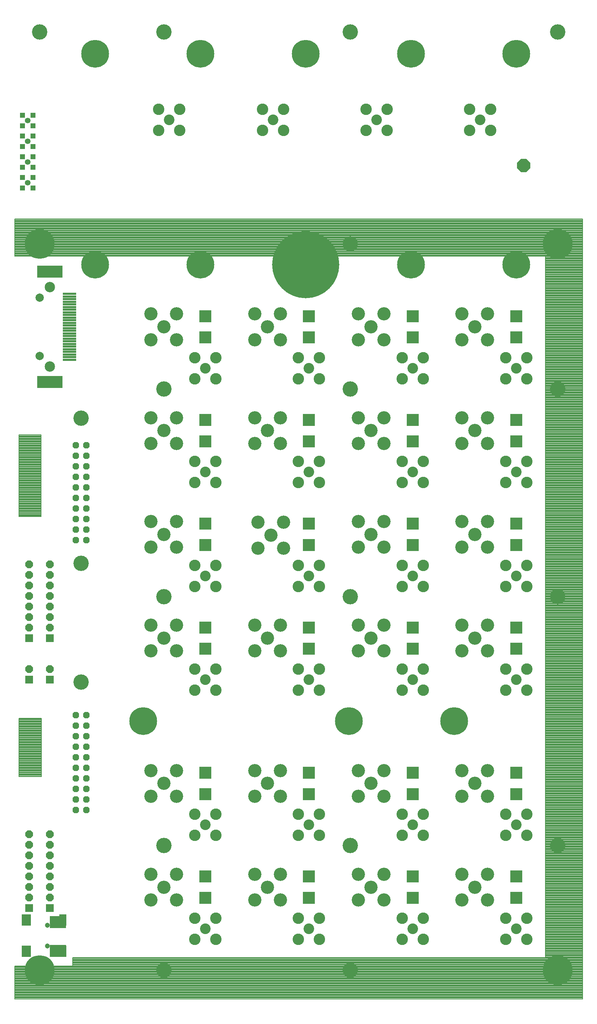
<source format=gbs>
G75*
%MOIN*%
%OFA0B0*%
%FSLAX25Y25*%
%IPPOS*%
%LPD*%
%AMOC8*
5,1,8,0,0,1.08239X$1,22.5*
%
%ADD10C,0.14580*%
%ADD11C,0.00787*%
%ADD12C,0.26391*%
%ADD13R,0.15748X0.11811*%
%ADD14C,0.07887*%
%ADD15C,0.09855*%
%ADD16R,0.24422X0.11824*%
%ADD17R,0.12611X0.02119*%
%ADD18C,0.12611*%
%ADD19C,0.10100*%
%ADD20C,0.10850*%
%ADD21OC8,0.07296*%
%ADD22R,0.07296X0.07296*%
%ADD23OC8,0.06200*%
%ADD24R,0.11627X0.11469*%
%ADD25R,0.08674X0.10643*%
%ADD26R,0.06706X0.10643*%
%ADD27C,0.04737*%
%ADD28C,0.05328*%
%ADD29R,0.04737X0.04737*%
%ADD30OC8,0.12611*%
%ADD31C,0.28359*%
%ADD32C,0.63792*%
D10*
X0166854Y0040870D03*
X0166854Y0158980D03*
X0088114Y0314197D03*
X0088114Y0426697D03*
X0166854Y0395201D03*
X0088114Y0564492D03*
X0166854Y0592051D03*
X0344020Y0592051D03*
X0344020Y0729846D03*
X0344020Y0930634D03*
X0166854Y0930634D03*
X0048744Y0930634D03*
X0344020Y0395201D03*
X0344020Y0158980D03*
X0344020Y0040870D03*
X0540870Y0158980D03*
X0540870Y0395201D03*
X0540870Y0592051D03*
X0540870Y0930634D03*
D11*
X0025122Y0044807D02*
X0025122Y0013311D01*
X0564492Y0013311D01*
X0564492Y0753469D01*
X0025122Y0753469D01*
X0025122Y0718035D01*
X0529059Y0718035D01*
X0529059Y0052681D01*
X0080240Y0052681D01*
X0080240Y0044807D01*
X0025122Y0044807D01*
X0025122Y0044161D02*
X0564492Y0044161D01*
X0564492Y0043375D02*
X0025122Y0043375D01*
X0025122Y0042590D02*
X0564492Y0042590D01*
X0564492Y0041804D02*
X0025122Y0041804D01*
X0025122Y0041018D02*
X0564492Y0041018D01*
X0564492Y0040232D02*
X0025122Y0040232D01*
X0025122Y0039446D02*
X0564492Y0039446D01*
X0564492Y0038660D02*
X0025122Y0038660D01*
X0025122Y0037874D02*
X0564492Y0037874D01*
X0564492Y0037088D02*
X0025122Y0037088D01*
X0025122Y0036302D02*
X0564492Y0036302D01*
X0564492Y0035516D02*
X0025122Y0035516D01*
X0025122Y0034730D02*
X0564492Y0034730D01*
X0564492Y0033944D02*
X0025122Y0033944D01*
X0025122Y0033159D02*
X0564492Y0033159D01*
X0564492Y0032373D02*
X0025122Y0032373D01*
X0025122Y0031587D02*
X0564492Y0031587D01*
X0564492Y0030801D02*
X0025122Y0030801D01*
X0025122Y0030015D02*
X0564492Y0030015D01*
X0564492Y0029229D02*
X0025122Y0029229D01*
X0025122Y0028443D02*
X0564492Y0028443D01*
X0564492Y0027657D02*
X0025122Y0027657D01*
X0025122Y0026871D02*
X0564492Y0026871D01*
X0564492Y0026085D02*
X0025122Y0026085D01*
X0025122Y0025299D02*
X0564492Y0025299D01*
X0564492Y0024514D02*
X0025122Y0024514D01*
X0025122Y0023728D02*
X0564492Y0023728D01*
X0564492Y0022942D02*
X0025122Y0022942D01*
X0025122Y0022156D02*
X0564492Y0022156D01*
X0564492Y0021370D02*
X0025122Y0021370D01*
X0025122Y0020584D02*
X0564492Y0020584D01*
X0564492Y0019798D02*
X0025122Y0019798D01*
X0025122Y0019012D02*
X0564492Y0019012D01*
X0564492Y0018226D02*
X0025122Y0018226D01*
X0025122Y0017440D02*
X0564492Y0017440D01*
X0564492Y0016654D02*
X0025122Y0016654D01*
X0025122Y0015868D02*
X0564492Y0015868D01*
X0564492Y0015083D02*
X0025122Y0015083D01*
X0025122Y0014297D02*
X0564492Y0014297D01*
X0564492Y0013511D02*
X0025122Y0013511D01*
X0080240Y0044947D02*
X0564492Y0044947D01*
X0564492Y0045733D02*
X0080240Y0045733D01*
X0080240Y0046519D02*
X0564492Y0046519D01*
X0564492Y0047305D02*
X0080240Y0047305D01*
X0080240Y0048091D02*
X0564492Y0048091D01*
X0564492Y0048877D02*
X0080240Y0048877D01*
X0080240Y0049663D02*
X0564492Y0049663D01*
X0564492Y0050449D02*
X0080240Y0050449D01*
X0080240Y0051235D02*
X0564492Y0051235D01*
X0564492Y0052020D02*
X0080240Y0052020D01*
X0050713Y0224335D02*
X0029059Y0224335D01*
X0029059Y0279846D01*
X0050713Y0279846D01*
X0050713Y0224335D01*
X0050713Y0224921D02*
X0029059Y0224921D01*
X0029059Y0225707D02*
X0050713Y0225707D01*
X0050713Y0226493D02*
X0029059Y0226493D01*
X0029059Y0227279D02*
X0050713Y0227279D01*
X0050713Y0228065D02*
X0029059Y0228065D01*
X0029059Y0228851D02*
X0050713Y0228851D01*
X0050713Y0229637D02*
X0029059Y0229637D01*
X0029059Y0230423D02*
X0050713Y0230423D01*
X0050713Y0231209D02*
X0029059Y0231209D01*
X0029059Y0231995D02*
X0050713Y0231995D01*
X0050713Y0232780D02*
X0029059Y0232780D01*
X0029059Y0233566D02*
X0050713Y0233566D01*
X0050713Y0234352D02*
X0029059Y0234352D01*
X0029059Y0235138D02*
X0050713Y0235138D01*
X0050713Y0235924D02*
X0029059Y0235924D01*
X0029059Y0236710D02*
X0050713Y0236710D01*
X0050713Y0237496D02*
X0029059Y0237496D01*
X0029059Y0238282D02*
X0050713Y0238282D01*
X0050713Y0239068D02*
X0029059Y0239068D01*
X0029059Y0239854D02*
X0050713Y0239854D01*
X0050713Y0240640D02*
X0029059Y0240640D01*
X0029059Y0241425D02*
X0050713Y0241425D01*
X0050713Y0242211D02*
X0029059Y0242211D01*
X0029059Y0242997D02*
X0050713Y0242997D01*
X0050713Y0243783D02*
X0029059Y0243783D01*
X0029059Y0244569D02*
X0050713Y0244569D01*
X0050713Y0245355D02*
X0029059Y0245355D01*
X0029059Y0246141D02*
X0050713Y0246141D01*
X0050713Y0246927D02*
X0029059Y0246927D01*
X0029059Y0247713D02*
X0050713Y0247713D01*
X0050713Y0248499D02*
X0029059Y0248499D01*
X0029059Y0249285D02*
X0050713Y0249285D01*
X0050713Y0250071D02*
X0029059Y0250071D01*
X0029059Y0250856D02*
X0050713Y0250856D01*
X0050713Y0251642D02*
X0029059Y0251642D01*
X0029059Y0252428D02*
X0050713Y0252428D01*
X0050713Y0253214D02*
X0029059Y0253214D01*
X0029059Y0254000D02*
X0050713Y0254000D01*
X0050713Y0254786D02*
X0029059Y0254786D01*
X0029059Y0255572D02*
X0050713Y0255572D01*
X0050713Y0256358D02*
X0029059Y0256358D01*
X0029059Y0257144D02*
X0050713Y0257144D01*
X0050713Y0257930D02*
X0029059Y0257930D01*
X0029059Y0258716D02*
X0050713Y0258716D01*
X0050713Y0259501D02*
X0029059Y0259501D01*
X0029059Y0260287D02*
X0050713Y0260287D01*
X0050713Y0261073D02*
X0029059Y0261073D01*
X0029059Y0261859D02*
X0050713Y0261859D01*
X0050713Y0262645D02*
X0029059Y0262645D01*
X0029059Y0263431D02*
X0050713Y0263431D01*
X0050713Y0264217D02*
X0029059Y0264217D01*
X0029059Y0265003D02*
X0050713Y0265003D01*
X0050713Y0265789D02*
X0029059Y0265789D01*
X0029059Y0266575D02*
X0050713Y0266575D01*
X0050713Y0267361D02*
X0029059Y0267361D01*
X0029059Y0268147D02*
X0050713Y0268147D01*
X0050713Y0268932D02*
X0029059Y0268932D01*
X0029059Y0269718D02*
X0050713Y0269718D01*
X0050713Y0270504D02*
X0029059Y0270504D01*
X0029059Y0271290D02*
X0050713Y0271290D01*
X0050713Y0272076D02*
X0029059Y0272076D01*
X0029059Y0272862D02*
X0050713Y0272862D01*
X0050713Y0273648D02*
X0029059Y0273648D01*
X0029059Y0274434D02*
X0050713Y0274434D01*
X0050713Y0275220D02*
X0029059Y0275220D01*
X0029059Y0276006D02*
X0050713Y0276006D01*
X0050713Y0276792D02*
X0029059Y0276792D01*
X0029059Y0277577D02*
X0050713Y0277577D01*
X0050713Y0278363D02*
X0029059Y0278363D01*
X0029059Y0279149D02*
X0050713Y0279149D01*
X0050319Y0471185D02*
X0029059Y0471185D01*
X0029059Y0548744D01*
X0050319Y0548744D01*
X0050319Y0471185D01*
X0050319Y0471698D02*
X0029059Y0471698D01*
X0029059Y0472484D02*
X0050319Y0472484D01*
X0050319Y0473270D02*
X0029059Y0473270D01*
X0029059Y0474056D02*
X0050319Y0474056D01*
X0050319Y0474842D02*
X0029059Y0474842D01*
X0029059Y0475628D02*
X0050319Y0475628D01*
X0050319Y0476413D02*
X0029059Y0476413D01*
X0029059Y0477199D02*
X0050319Y0477199D01*
X0050319Y0477985D02*
X0029059Y0477985D01*
X0029059Y0478771D02*
X0050319Y0478771D01*
X0050319Y0479557D02*
X0029059Y0479557D01*
X0029059Y0480343D02*
X0050319Y0480343D01*
X0050319Y0481129D02*
X0029059Y0481129D01*
X0029059Y0481915D02*
X0050319Y0481915D01*
X0050319Y0482701D02*
X0029059Y0482701D01*
X0029059Y0483487D02*
X0050319Y0483487D01*
X0050319Y0484273D02*
X0029059Y0484273D01*
X0029059Y0485058D02*
X0050319Y0485058D01*
X0050319Y0485844D02*
X0029059Y0485844D01*
X0029059Y0486630D02*
X0050319Y0486630D01*
X0050319Y0487416D02*
X0029059Y0487416D01*
X0029059Y0488202D02*
X0050319Y0488202D01*
X0050319Y0488988D02*
X0029059Y0488988D01*
X0029059Y0489774D02*
X0050319Y0489774D01*
X0050319Y0490560D02*
X0029059Y0490560D01*
X0029059Y0491346D02*
X0050319Y0491346D01*
X0050319Y0492132D02*
X0029059Y0492132D01*
X0029059Y0492918D02*
X0050319Y0492918D01*
X0050319Y0493704D02*
X0029059Y0493704D01*
X0029059Y0494489D02*
X0050319Y0494489D01*
X0050319Y0495275D02*
X0029059Y0495275D01*
X0029059Y0496061D02*
X0050319Y0496061D01*
X0050319Y0496847D02*
X0029059Y0496847D01*
X0029059Y0497633D02*
X0050319Y0497633D01*
X0050319Y0498419D02*
X0029059Y0498419D01*
X0029059Y0499205D02*
X0050319Y0499205D01*
X0050319Y0499991D02*
X0029059Y0499991D01*
X0029059Y0500777D02*
X0050319Y0500777D01*
X0050319Y0501563D02*
X0029059Y0501563D01*
X0029059Y0502349D02*
X0050319Y0502349D01*
X0050319Y0503134D02*
X0029059Y0503134D01*
X0029059Y0503920D02*
X0050319Y0503920D01*
X0050319Y0504706D02*
X0029059Y0504706D01*
X0029059Y0505492D02*
X0050319Y0505492D01*
X0050319Y0506278D02*
X0029059Y0506278D01*
X0029059Y0507064D02*
X0050319Y0507064D01*
X0050319Y0507850D02*
X0029059Y0507850D01*
X0029059Y0508636D02*
X0050319Y0508636D01*
X0050319Y0509422D02*
X0029059Y0509422D01*
X0029059Y0510208D02*
X0050319Y0510208D01*
X0050319Y0510994D02*
X0029059Y0510994D01*
X0029059Y0511780D02*
X0050319Y0511780D01*
X0050319Y0512565D02*
X0029059Y0512565D01*
X0029059Y0513351D02*
X0050319Y0513351D01*
X0050319Y0514137D02*
X0029059Y0514137D01*
X0029059Y0514923D02*
X0050319Y0514923D01*
X0050319Y0515709D02*
X0029059Y0515709D01*
X0029059Y0516495D02*
X0050319Y0516495D01*
X0050319Y0517281D02*
X0029059Y0517281D01*
X0029059Y0518067D02*
X0050319Y0518067D01*
X0050319Y0518853D02*
X0029059Y0518853D01*
X0029059Y0519639D02*
X0050319Y0519639D01*
X0050319Y0520425D02*
X0029059Y0520425D01*
X0029059Y0521210D02*
X0050319Y0521210D01*
X0050319Y0521996D02*
X0029059Y0521996D01*
X0029059Y0522782D02*
X0050319Y0522782D01*
X0050319Y0523568D02*
X0029059Y0523568D01*
X0029059Y0524354D02*
X0050319Y0524354D01*
X0050319Y0525140D02*
X0029059Y0525140D01*
X0029059Y0525926D02*
X0050319Y0525926D01*
X0050319Y0526712D02*
X0029059Y0526712D01*
X0029059Y0527498D02*
X0050319Y0527498D01*
X0050319Y0528284D02*
X0029059Y0528284D01*
X0029059Y0529070D02*
X0050319Y0529070D01*
X0050319Y0529855D02*
X0029059Y0529855D01*
X0029059Y0530641D02*
X0050319Y0530641D01*
X0050319Y0531427D02*
X0029059Y0531427D01*
X0029059Y0532213D02*
X0050319Y0532213D01*
X0050319Y0532999D02*
X0029059Y0532999D01*
X0029059Y0533785D02*
X0050319Y0533785D01*
X0050319Y0534571D02*
X0029059Y0534571D01*
X0029059Y0535357D02*
X0050319Y0535357D01*
X0050319Y0536143D02*
X0029059Y0536143D01*
X0029059Y0536929D02*
X0050319Y0536929D01*
X0050319Y0537715D02*
X0029059Y0537715D01*
X0029059Y0538501D02*
X0050319Y0538501D01*
X0050319Y0539286D02*
X0029059Y0539286D01*
X0029059Y0540072D02*
X0050319Y0540072D01*
X0050319Y0540858D02*
X0029059Y0540858D01*
X0029059Y0541644D02*
X0050319Y0541644D01*
X0050319Y0542430D02*
X0029059Y0542430D01*
X0029059Y0543216D02*
X0050319Y0543216D01*
X0050319Y0544002D02*
X0029059Y0544002D01*
X0029059Y0544788D02*
X0050319Y0544788D01*
X0050319Y0545574D02*
X0029059Y0545574D01*
X0029059Y0546360D02*
X0050319Y0546360D01*
X0050319Y0547146D02*
X0029059Y0547146D01*
X0029059Y0547931D02*
X0050319Y0547931D01*
X0050319Y0548717D02*
X0029059Y0548717D01*
X0025122Y0718475D02*
X0564492Y0718475D01*
X0564492Y0719261D02*
X0025122Y0719261D01*
X0025122Y0720046D02*
X0564492Y0720046D01*
X0564492Y0720832D02*
X0025122Y0720832D01*
X0025122Y0721618D02*
X0564492Y0721618D01*
X0564492Y0722404D02*
X0025122Y0722404D01*
X0025122Y0723190D02*
X0564492Y0723190D01*
X0564492Y0723976D02*
X0025122Y0723976D01*
X0025122Y0724762D02*
X0564492Y0724762D01*
X0564492Y0725548D02*
X0025122Y0725548D01*
X0025122Y0726334D02*
X0564492Y0726334D01*
X0564492Y0727120D02*
X0025122Y0727120D01*
X0025122Y0727906D02*
X0564492Y0727906D01*
X0564492Y0728691D02*
X0025122Y0728691D01*
X0025122Y0729477D02*
X0564492Y0729477D01*
X0564492Y0730263D02*
X0025122Y0730263D01*
X0025122Y0731049D02*
X0564492Y0731049D01*
X0564492Y0731835D02*
X0025122Y0731835D01*
X0025122Y0732621D02*
X0564492Y0732621D01*
X0564492Y0733407D02*
X0025122Y0733407D01*
X0025122Y0734193D02*
X0564492Y0734193D01*
X0564492Y0734979D02*
X0025122Y0734979D01*
X0025122Y0735765D02*
X0564492Y0735765D01*
X0564492Y0736551D02*
X0025122Y0736551D01*
X0025122Y0737337D02*
X0564492Y0737337D01*
X0564492Y0738122D02*
X0025122Y0738122D01*
X0025122Y0738908D02*
X0564492Y0738908D01*
X0564492Y0739694D02*
X0025122Y0739694D01*
X0025122Y0740480D02*
X0564492Y0740480D01*
X0564492Y0741266D02*
X0025122Y0741266D01*
X0025122Y0742052D02*
X0564492Y0742052D01*
X0564492Y0742838D02*
X0025122Y0742838D01*
X0025122Y0743624D02*
X0564492Y0743624D01*
X0564492Y0744410D02*
X0025122Y0744410D01*
X0025122Y0745196D02*
X0564492Y0745196D01*
X0564492Y0745982D02*
X0025122Y0745982D01*
X0025122Y0746767D02*
X0564492Y0746767D01*
X0564492Y0747553D02*
X0025122Y0747553D01*
X0025122Y0748339D02*
X0564492Y0748339D01*
X0564492Y0749125D02*
X0025122Y0749125D01*
X0025122Y0749911D02*
X0564492Y0749911D01*
X0564492Y0750697D02*
X0025122Y0750697D01*
X0025122Y0751483D02*
X0564492Y0751483D01*
X0564492Y0752269D02*
X0025122Y0752269D01*
X0025122Y0753055D02*
X0564492Y0753055D01*
X0564492Y0717689D02*
X0529059Y0717689D01*
X0529059Y0716903D02*
X0564492Y0716903D01*
X0564492Y0716117D02*
X0529059Y0716117D01*
X0529059Y0715331D02*
X0564492Y0715331D01*
X0564492Y0714545D02*
X0529059Y0714545D01*
X0529059Y0713759D02*
X0564492Y0713759D01*
X0564492Y0712973D02*
X0529059Y0712973D01*
X0529059Y0712187D02*
X0564492Y0712187D01*
X0564492Y0711401D02*
X0529059Y0711401D01*
X0529059Y0710615D02*
X0564492Y0710615D01*
X0564492Y0709830D02*
X0529059Y0709830D01*
X0529059Y0709044D02*
X0564492Y0709044D01*
X0564492Y0708258D02*
X0529059Y0708258D01*
X0529059Y0707472D02*
X0564492Y0707472D01*
X0564492Y0706686D02*
X0529059Y0706686D01*
X0529059Y0705900D02*
X0564492Y0705900D01*
X0564492Y0705114D02*
X0529059Y0705114D01*
X0529059Y0704328D02*
X0564492Y0704328D01*
X0564492Y0703542D02*
X0529059Y0703542D01*
X0529059Y0702756D02*
X0564492Y0702756D01*
X0564492Y0701970D02*
X0529059Y0701970D01*
X0529059Y0701185D02*
X0564492Y0701185D01*
X0564492Y0700399D02*
X0529059Y0700399D01*
X0529059Y0699613D02*
X0564492Y0699613D01*
X0564492Y0698827D02*
X0529059Y0698827D01*
X0529059Y0698041D02*
X0564492Y0698041D01*
X0564492Y0697255D02*
X0529059Y0697255D01*
X0529059Y0696469D02*
X0564492Y0696469D01*
X0564492Y0695683D02*
X0529059Y0695683D01*
X0529059Y0694897D02*
X0564492Y0694897D01*
X0564492Y0694111D02*
X0529059Y0694111D01*
X0529059Y0693325D02*
X0564492Y0693325D01*
X0564492Y0692539D02*
X0529059Y0692539D01*
X0529059Y0691754D02*
X0564492Y0691754D01*
X0564492Y0690968D02*
X0529059Y0690968D01*
X0529059Y0690182D02*
X0564492Y0690182D01*
X0564492Y0689396D02*
X0529059Y0689396D01*
X0529059Y0688610D02*
X0564492Y0688610D01*
X0564492Y0687824D02*
X0529059Y0687824D01*
X0529059Y0687038D02*
X0564492Y0687038D01*
X0564492Y0686252D02*
X0529059Y0686252D01*
X0529059Y0685466D02*
X0564492Y0685466D01*
X0564492Y0684680D02*
X0529059Y0684680D01*
X0529059Y0683894D02*
X0564492Y0683894D01*
X0564492Y0683109D02*
X0529059Y0683109D01*
X0529059Y0682323D02*
X0564492Y0682323D01*
X0564492Y0681537D02*
X0529059Y0681537D01*
X0529059Y0680751D02*
X0564492Y0680751D01*
X0564492Y0679965D02*
X0529059Y0679965D01*
X0529059Y0679179D02*
X0564492Y0679179D01*
X0564492Y0678393D02*
X0529059Y0678393D01*
X0529059Y0677607D02*
X0564492Y0677607D01*
X0564492Y0676821D02*
X0529059Y0676821D01*
X0529059Y0676035D02*
X0564492Y0676035D01*
X0564492Y0675249D02*
X0529059Y0675249D01*
X0529059Y0674463D02*
X0564492Y0674463D01*
X0564492Y0673678D02*
X0529059Y0673678D01*
X0529059Y0672892D02*
X0564492Y0672892D01*
X0564492Y0672106D02*
X0529059Y0672106D01*
X0529059Y0671320D02*
X0564492Y0671320D01*
X0564492Y0670534D02*
X0529059Y0670534D01*
X0529059Y0669748D02*
X0564492Y0669748D01*
X0564492Y0668962D02*
X0529059Y0668962D01*
X0529059Y0668176D02*
X0564492Y0668176D01*
X0564492Y0667390D02*
X0529059Y0667390D01*
X0529059Y0666604D02*
X0564492Y0666604D01*
X0564492Y0665818D02*
X0529059Y0665818D01*
X0529059Y0665033D02*
X0564492Y0665033D01*
X0564492Y0664247D02*
X0529059Y0664247D01*
X0529059Y0663461D02*
X0564492Y0663461D01*
X0564492Y0662675D02*
X0529059Y0662675D01*
X0529059Y0661889D02*
X0564492Y0661889D01*
X0564492Y0661103D02*
X0529059Y0661103D01*
X0529059Y0660317D02*
X0564492Y0660317D01*
X0564492Y0659531D02*
X0529059Y0659531D01*
X0529059Y0658745D02*
X0564492Y0658745D01*
X0564492Y0657959D02*
X0529059Y0657959D01*
X0529059Y0657173D02*
X0564492Y0657173D01*
X0564492Y0656387D02*
X0529059Y0656387D01*
X0529059Y0655602D02*
X0564492Y0655602D01*
X0564492Y0654816D02*
X0529059Y0654816D01*
X0529059Y0654030D02*
X0564492Y0654030D01*
X0564492Y0653244D02*
X0529059Y0653244D01*
X0529059Y0652458D02*
X0564492Y0652458D01*
X0564492Y0651672D02*
X0529059Y0651672D01*
X0529059Y0650886D02*
X0564492Y0650886D01*
X0564492Y0650100D02*
X0529059Y0650100D01*
X0529059Y0649314D02*
X0564492Y0649314D01*
X0564492Y0648528D02*
X0529059Y0648528D01*
X0529059Y0647742D02*
X0564492Y0647742D01*
X0564492Y0646957D02*
X0529059Y0646957D01*
X0529059Y0646171D02*
X0564492Y0646171D01*
X0564492Y0645385D02*
X0529059Y0645385D01*
X0529059Y0644599D02*
X0564492Y0644599D01*
X0564492Y0643813D02*
X0529059Y0643813D01*
X0529059Y0643027D02*
X0564492Y0643027D01*
X0564492Y0642241D02*
X0529059Y0642241D01*
X0529059Y0641455D02*
X0564492Y0641455D01*
X0564492Y0640669D02*
X0529059Y0640669D01*
X0529059Y0639883D02*
X0564492Y0639883D01*
X0564492Y0639097D02*
X0529059Y0639097D01*
X0529059Y0638311D02*
X0564492Y0638311D01*
X0564492Y0637526D02*
X0529059Y0637526D01*
X0529059Y0636740D02*
X0564492Y0636740D01*
X0564492Y0635954D02*
X0529059Y0635954D01*
X0529059Y0635168D02*
X0564492Y0635168D01*
X0564492Y0634382D02*
X0529059Y0634382D01*
X0529059Y0633596D02*
X0564492Y0633596D01*
X0564492Y0632810D02*
X0529059Y0632810D01*
X0529059Y0632024D02*
X0564492Y0632024D01*
X0564492Y0631238D02*
X0529059Y0631238D01*
X0529059Y0630452D02*
X0564492Y0630452D01*
X0564492Y0629666D02*
X0529059Y0629666D01*
X0529059Y0628881D02*
X0564492Y0628881D01*
X0564492Y0628095D02*
X0529059Y0628095D01*
X0529059Y0627309D02*
X0564492Y0627309D01*
X0564492Y0626523D02*
X0529059Y0626523D01*
X0529059Y0625737D02*
X0564492Y0625737D01*
X0564492Y0624951D02*
X0529059Y0624951D01*
X0529059Y0624165D02*
X0564492Y0624165D01*
X0564492Y0623379D02*
X0529059Y0623379D01*
X0529059Y0622593D02*
X0564492Y0622593D01*
X0564492Y0621807D02*
X0529059Y0621807D01*
X0529059Y0621021D02*
X0564492Y0621021D01*
X0564492Y0620235D02*
X0529059Y0620235D01*
X0529059Y0619450D02*
X0564492Y0619450D01*
X0564492Y0618664D02*
X0529059Y0618664D01*
X0529059Y0617878D02*
X0564492Y0617878D01*
X0564492Y0617092D02*
X0529059Y0617092D01*
X0529059Y0616306D02*
X0564492Y0616306D01*
X0564492Y0615520D02*
X0529059Y0615520D01*
X0529059Y0614734D02*
X0564492Y0614734D01*
X0564492Y0613948D02*
X0529059Y0613948D01*
X0529059Y0613162D02*
X0564492Y0613162D01*
X0564492Y0612376D02*
X0529059Y0612376D01*
X0529059Y0611590D02*
X0564492Y0611590D01*
X0564492Y0610805D02*
X0529059Y0610805D01*
X0529059Y0610019D02*
X0564492Y0610019D01*
X0564492Y0609233D02*
X0529059Y0609233D01*
X0529059Y0608447D02*
X0564492Y0608447D01*
X0564492Y0607661D02*
X0529059Y0607661D01*
X0529059Y0606875D02*
X0564492Y0606875D01*
X0564492Y0606089D02*
X0529059Y0606089D01*
X0529059Y0605303D02*
X0564492Y0605303D01*
X0564492Y0604517D02*
X0529059Y0604517D01*
X0529059Y0603731D02*
X0564492Y0603731D01*
X0564492Y0602945D02*
X0529059Y0602945D01*
X0529059Y0602159D02*
X0564492Y0602159D01*
X0564492Y0601374D02*
X0529059Y0601374D01*
X0529059Y0600588D02*
X0564492Y0600588D01*
X0564492Y0599802D02*
X0529059Y0599802D01*
X0529059Y0599016D02*
X0564492Y0599016D01*
X0564492Y0598230D02*
X0529059Y0598230D01*
X0529059Y0597444D02*
X0564492Y0597444D01*
X0564492Y0596658D02*
X0529059Y0596658D01*
X0529059Y0595872D02*
X0564492Y0595872D01*
X0564492Y0595086D02*
X0529059Y0595086D01*
X0529059Y0594300D02*
X0564492Y0594300D01*
X0564492Y0593514D02*
X0529059Y0593514D01*
X0529059Y0592729D02*
X0564492Y0592729D01*
X0564492Y0591943D02*
X0529059Y0591943D01*
X0529059Y0591157D02*
X0564492Y0591157D01*
X0564492Y0590371D02*
X0529059Y0590371D01*
X0529059Y0589585D02*
X0564492Y0589585D01*
X0564492Y0588799D02*
X0529059Y0588799D01*
X0529059Y0588013D02*
X0564492Y0588013D01*
X0564492Y0587227D02*
X0529059Y0587227D01*
X0529059Y0586441D02*
X0564492Y0586441D01*
X0564492Y0585655D02*
X0529059Y0585655D01*
X0529059Y0584869D02*
X0564492Y0584869D01*
X0564492Y0584083D02*
X0529059Y0584083D01*
X0529059Y0583298D02*
X0564492Y0583298D01*
X0564492Y0582512D02*
X0529059Y0582512D01*
X0529059Y0581726D02*
X0564492Y0581726D01*
X0564492Y0580940D02*
X0529059Y0580940D01*
X0529059Y0580154D02*
X0564492Y0580154D01*
X0564492Y0579368D02*
X0529059Y0579368D01*
X0529059Y0578582D02*
X0564492Y0578582D01*
X0564492Y0577796D02*
X0529059Y0577796D01*
X0529059Y0577010D02*
X0564492Y0577010D01*
X0564492Y0576224D02*
X0529059Y0576224D01*
X0529059Y0575438D02*
X0564492Y0575438D01*
X0564492Y0574653D02*
X0529059Y0574653D01*
X0529059Y0573867D02*
X0564492Y0573867D01*
X0564492Y0573081D02*
X0529059Y0573081D01*
X0529059Y0572295D02*
X0564492Y0572295D01*
X0564492Y0571509D02*
X0529059Y0571509D01*
X0529059Y0570723D02*
X0564492Y0570723D01*
X0564492Y0569937D02*
X0529059Y0569937D01*
X0529059Y0569151D02*
X0564492Y0569151D01*
X0564492Y0568365D02*
X0529059Y0568365D01*
X0529059Y0567579D02*
X0564492Y0567579D01*
X0564492Y0566793D02*
X0529059Y0566793D01*
X0529059Y0566007D02*
X0564492Y0566007D01*
X0564492Y0565222D02*
X0529059Y0565222D01*
X0529059Y0564436D02*
X0564492Y0564436D01*
X0564492Y0563650D02*
X0529059Y0563650D01*
X0529059Y0562864D02*
X0564492Y0562864D01*
X0564492Y0562078D02*
X0529059Y0562078D01*
X0529059Y0561292D02*
X0564492Y0561292D01*
X0564492Y0560506D02*
X0529059Y0560506D01*
X0529059Y0559720D02*
X0564492Y0559720D01*
X0564492Y0558934D02*
X0529059Y0558934D01*
X0529059Y0558148D02*
X0564492Y0558148D01*
X0564492Y0557362D02*
X0529059Y0557362D01*
X0529059Y0556577D02*
X0564492Y0556577D01*
X0564492Y0555791D02*
X0529059Y0555791D01*
X0529059Y0555005D02*
X0564492Y0555005D01*
X0564492Y0554219D02*
X0529059Y0554219D01*
X0529059Y0553433D02*
X0564492Y0553433D01*
X0564492Y0552647D02*
X0529059Y0552647D01*
X0529059Y0551861D02*
X0564492Y0551861D01*
X0564492Y0551075D02*
X0529059Y0551075D01*
X0529059Y0550289D02*
X0564492Y0550289D01*
X0564492Y0549503D02*
X0529059Y0549503D01*
X0529059Y0548717D02*
X0564492Y0548717D01*
X0564492Y0547931D02*
X0529059Y0547931D01*
X0529059Y0547146D02*
X0564492Y0547146D01*
X0564492Y0546360D02*
X0529059Y0546360D01*
X0529059Y0545574D02*
X0564492Y0545574D01*
X0564492Y0544788D02*
X0529059Y0544788D01*
X0529059Y0544002D02*
X0564492Y0544002D01*
X0564492Y0543216D02*
X0529059Y0543216D01*
X0529059Y0542430D02*
X0564492Y0542430D01*
X0564492Y0541644D02*
X0529059Y0541644D01*
X0529059Y0540858D02*
X0564492Y0540858D01*
X0564492Y0540072D02*
X0529059Y0540072D01*
X0529059Y0539286D02*
X0564492Y0539286D01*
X0564492Y0538501D02*
X0529059Y0538501D01*
X0529059Y0537715D02*
X0564492Y0537715D01*
X0564492Y0536929D02*
X0529059Y0536929D01*
X0529059Y0536143D02*
X0564492Y0536143D01*
X0564492Y0535357D02*
X0529059Y0535357D01*
X0529059Y0534571D02*
X0564492Y0534571D01*
X0564492Y0533785D02*
X0529059Y0533785D01*
X0529059Y0532999D02*
X0564492Y0532999D01*
X0564492Y0532213D02*
X0529059Y0532213D01*
X0529059Y0531427D02*
X0564492Y0531427D01*
X0564492Y0530641D02*
X0529059Y0530641D01*
X0529059Y0529855D02*
X0564492Y0529855D01*
X0564492Y0529070D02*
X0529059Y0529070D01*
X0529059Y0528284D02*
X0564492Y0528284D01*
X0564492Y0527498D02*
X0529059Y0527498D01*
X0529059Y0526712D02*
X0564492Y0526712D01*
X0564492Y0525926D02*
X0529059Y0525926D01*
X0529059Y0525140D02*
X0564492Y0525140D01*
X0564492Y0524354D02*
X0529059Y0524354D01*
X0529059Y0523568D02*
X0564492Y0523568D01*
X0564492Y0522782D02*
X0529059Y0522782D01*
X0529059Y0521996D02*
X0564492Y0521996D01*
X0564492Y0521210D02*
X0529059Y0521210D01*
X0529059Y0520425D02*
X0564492Y0520425D01*
X0564492Y0519639D02*
X0529059Y0519639D01*
X0529059Y0518853D02*
X0564492Y0518853D01*
X0564492Y0518067D02*
X0529059Y0518067D01*
X0529059Y0517281D02*
X0564492Y0517281D01*
X0564492Y0516495D02*
X0529059Y0516495D01*
X0529059Y0515709D02*
X0564492Y0515709D01*
X0564492Y0514923D02*
X0529059Y0514923D01*
X0529059Y0514137D02*
X0564492Y0514137D01*
X0564492Y0513351D02*
X0529059Y0513351D01*
X0529059Y0512565D02*
X0564492Y0512565D01*
X0564492Y0511780D02*
X0529059Y0511780D01*
X0529059Y0510994D02*
X0564492Y0510994D01*
X0564492Y0510208D02*
X0529059Y0510208D01*
X0529059Y0509422D02*
X0564492Y0509422D01*
X0564492Y0508636D02*
X0529059Y0508636D01*
X0529059Y0507850D02*
X0564492Y0507850D01*
X0564492Y0507064D02*
X0529059Y0507064D01*
X0529059Y0506278D02*
X0564492Y0506278D01*
X0564492Y0505492D02*
X0529059Y0505492D01*
X0529059Y0504706D02*
X0564492Y0504706D01*
X0564492Y0503920D02*
X0529059Y0503920D01*
X0529059Y0503134D02*
X0564492Y0503134D01*
X0564492Y0502349D02*
X0529059Y0502349D01*
X0529059Y0501563D02*
X0564492Y0501563D01*
X0564492Y0500777D02*
X0529059Y0500777D01*
X0529059Y0499991D02*
X0564492Y0499991D01*
X0564492Y0499205D02*
X0529059Y0499205D01*
X0529059Y0498419D02*
X0564492Y0498419D01*
X0564492Y0497633D02*
X0529059Y0497633D01*
X0529059Y0496847D02*
X0564492Y0496847D01*
X0564492Y0496061D02*
X0529059Y0496061D01*
X0529059Y0495275D02*
X0564492Y0495275D01*
X0564492Y0494489D02*
X0529059Y0494489D01*
X0529059Y0493704D02*
X0564492Y0493704D01*
X0564492Y0492918D02*
X0529059Y0492918D01*
X0529059Y0492132D02*
X0564492Y0492132D01*
X0564492Y0491346D02*
X0529059Y0491346D01*
X0529059Y0490560D02*
X0564492Y0490560D01*
X0564492Y0489774D02*
X0529059Y0489774D01*
X0529059Y0488988D02*
X0564492Y0488988D01*
X0564492Y0488202D02*
X0529059Y0488202D01*
X0529059Y0487416D02*
X0564492Y0487416D01*
X0564492Y0486630D02*
X0529059Y0486630D01*
X0529059Y0485844D02*
X0564492Y0485844D01*
X0564492Y0485058D02*
X0529059Y0485058D01*
X0529059Y0484273D02*
X0564492Y0484273D01*
X0564492Y0483487D02*
X0529059Y0483487D01*
X0529059Y0482701D02*
X0564492Y0482701D01*
X0564492Y0481915D02*
X0529059Y0481915D01*
X0529059Y0481129D02*
X0564492Y0481129D01*
X0564492Y0480343D02*
X0529059Y0480343D01*
X0529059Y0479557D02*
X0564492Y0479557D01*
X0564492Y0478771D02*
X0529059Y0478771D01*
X0529059Y0477985D02*
X0564492Y0477985D01*
X0564492Y0477199D02*
X0529059Y0477199D01*
X0529059Y0476413D02*
X0564492Y0476413D01*
X0564492Y0475628D02*
X0529059Y0475628D01*
X0529059Y0474842D02*
X0564492Y0474842D01*
X0564492Y0474056D02*
X0529059Y0474056D01*
X0529059Y0473270D02*
X0564492Y0473270D01*
X0564492Y0472484D02*
X0529059Y0472484D01*
X0529059Y0471698D02*
X0564492Y0471698D01*
X0564492Y0470912D02*
X0529059Y0470912D01*
X0529059Y0470126D02*
X0564492Y0470126D01*
X0564492Y0469340D02*
X0529059Y0469340D01*
X0529059Y0468554D02*
X0564492Y0468554D01*
X0564492Y0467768D02*
X0529059Y0467768D01*
X0529059Y0466982D02*
X0564492Y0466982D01*
X0564492Y0466197D02*
X0529059Y0466197D01*
X0529059Y0465411D02*
X0564492Y0465411D01*
X0564492Y0464625D02*
X0529059Y0464625D01*
X0529059Y0463839D02*
X0564492Y0463839D01*
X0564492Y0463053D02*
X0529059Y0463053D01*
X0529059Y0462267D02*
X0564492Y0462267D01*
X0564492Y0461481D02*
X0529059Y0461481D01*
X0529059Y0460695D02*
X0564492Y0460695D01*
X0564492Y0459909D02*
X0529059Y0459909D01*
X0529059Y0459123D02*
X0564492Y0459123D01*
X0564492Y0458337D02*
X0529059Y0458337D01*
X0529059Y0457552D02*
X0564492Y0457552D01*
X0564492Y0456766D02*
X0529059Y0456766D01*
X0529059Y0455980D02*
X0564492Y0455980D01*
X0564492Y0455194D02*
X0529059Y0455194D01*
X0529059Y0454408D02*
X0564492Y0454408D01*
X0564492Y0453622D02*
X0529059Y0453622D01*
X0529059Y0452836D02*
X0564492Y0452836D01*
X0564492Y0452050D02*
X0529059Y0452050D01*
X0529059Y0451264D02*
X0564492Y0451264D01*
X0564492Y0450478D02*
X0529059Y0450478D01*
X0529059Y0449692D02*
X0564492Y0449692D01*
X0564492Y0448906D02*
X0529059Y0448906D01*
X0529059Y0448121D02*
X0564492Y0448121D01*
X0564492Y0447335D02*
X0529059Y0447335D01*
X0529059Y0446549D02*
X0564492Y0446549D01*
X0564492Y0445763D02*
X0529059Y0445763D01*
X0529059Y0444977D02*
X0564492Y0444977D01*
X0564492Y0444191D02*
X0529059Y0444191D01*
X0529059Y0443405D02*
X0564492Y0443405D01*
X0564492Y0442619D02*
X0529059Y0442619D01*
X0529059Y0441833D02*
X0564492Y0441833D01*
X0564492Y0441047D02*
X0529059Y0441047D01*
X0529059Y0440261D02*
X0564492Y0440261D01*
X0564492Y0439476D02*
X0529059Y0439476D01*
X0529059Y0438690D02*
X0564492Y0438690D01*
X0564492Y0437904D02*
X0529059Y0437904D01*
X0529059Y0437118D02*
X0564492Y0437118D01*
X0564492Y0436332D02*
X0529059Y0436332D01*
X0529059Y0435546D02*
X0564492Y0435546D01*
X0564492Y0434760D02*
X0529059Y0434760D01*
X0529059Y0433974D02*
X0564492Y0433974D01*
X0564492Y0433188D02*
X0529059Y0433188D01*
X0529059Y0432402D02*
X0564492Y0432402D01*
X0564492Y0431616D02*
X0529059Y0431616D01*
X0529059Y0430830D02*
X0564492Y0430830D01*
X0564492Y0430045D02*
X0529059Y0430045D01*
X0529059Y0429259D02*
X0564492Y0429259D01*
X0564492Y0428473D02*
X0529059Y0428473D01*
X0529059Y0427687D02*
X0564492Y0427687D01*
X0564492Y0426901D02*
X0529059Y0426901D01*
X0529059Y0426115D02*
X0564492Y0426115D01*
X0564492Y0425329D02*
X0529059Y0425329D01*
X0529059Y0424543D02*
X0564492Y0424543D01*
X0564492Y0423757D02*
X0529059Y0423757D01*
X0529059Y0422971D02*
X0564492Y0422971D01*
X0564492Y0422185D02*
X0529059Y0422185D01*
X0529059Y0421400D02*
X0564492Y0421400D01*
X0564492Y0420614D02*
X0529059Y0420614D01*
X0529059Y0419828D02*
X0564492Y0419828D01*
X0564492Y0419042D02*
X0529059Y0419042D01*
X0529059Y0418256D02*
X0564492Y0418256D01*
X0564492Y0417470D02*
X0529059Y0417470D01*
X0529059Y0416684D02*
X0564492Y0416684D01*
X0564492Y0415898D02*
X0529059Y0415898D01*
X0529059Y0415112D02*
X0564492Y0415112D01*
X0564492Y0414326D02*
X0529059Y0414326D01*
X0529059Y0413540D02*
X0564492Y0413540D01*
X0564492Y0412754D02*
X0529059Y0412754D01*
X0529059Y0411969D02*
X0564492Y0411969D01*
X0564492Y0411183D02*
X0529059Y0411183D01*
X0529059Y0410397D02*
X0564492Y0410397D01*
X0564492Y0409611D02*
X0529059Y0409611D01*
X0529059Y0408825D02*
X0564492Y0408825D01*
X0564492Y0408039D02*
X0529059Y0408039D01*
X0529059Y0407253D02*
X0564492Y0407253D01*
X0564492Y0406467D02*
X0529059Y0406467D01*
X0529059Y0405681D02*
X0564492Y0405681D01*
X0564492Y0404895D02*
X0529059Y0404895D01*
X0529059Y0404109D02*
X0564492Y0404109D01*
X0564492Y0403324D02*
X0529059Y0403324D01*
X0529059Y0402538D02*
X0564492Y0402538D01*
X0564492Y0401752D02*
X0529059Y0401752D01*
X0529059Y0400966D02*
X0564492Y0400966D01*
X0564492Y0400180D02*
X0529059Y0400180D01*
X0529059Y0399394D02*
X0564492Y0399394D01*
X0564492Y0398608D02*
X0529059Y0398608D01*
X0529059Y0397822D02*
X0564492Y0397822D01*
X0564492Y0397036D02*
X0529059Y0397036D01*
X0529059Y0396250D02*
X0564492Y0396250D01*
X0564492Y0395464D02*
X0529059Y0395464D01*
X0529059Y0394678D02*
X0564492Y0394678D01*
X0564492Y0393893D02*
X0529059Y0393893D01*
X0529059Y0393107D02*
X0564492Y0393107D01*
X0564492Y0392321D02*
X0529059Y0392321D01*
X0529059Y0391535D02*
X0564492Y0391535D01*
X0564492Y0390749D02*
X0529059Y0390749D01*
X0529059Y0389963D02*
X0564492Y0389963D01*
X0564492Y0389177D02*
X0529059Y0389177D01*
X0529059Y0388391D02*
X0564492Y0388391D01*
X0564492Y0387605D02*
X0529059Y0387605D01*
X0529059Y0386819D02*
X0564492Y0386819D01*
X0564492Y0386033D02*
X0529059Y0386033D01*
X0529059Y0385248D02*
X0564492Y0385248D01*
X0564492Y0384462D02*
X0529059Y0384462D01*
X0529059Y0383676D02*
X0564492Y0383676D01*
X0564492Y0382890D02*
X0529059Y0382890D01*
X0529059Y0382104D02*
X0564492Y0382104D01*
X0564492Y0381318D02*
X0529059Y0381318D01*
X0529059Y0380532D02*
X0564492Y0380532D01*
X0564492Y0379746D02*
X0529059Y0379746D01*
X0529059Y0378960D02*
X0564492Y0378960D01*
X0564492Y0378174D02*
X0529059Y0378174D01*
X0529059Y0377388D02*
X0564492Y0377388D01*
X0564492Y0376602D02*
X0529059Y0376602D01*
X0529059Y0375817D02*
X0564492Y0375817D01*
X0564492Y0375031D02*
X0529059Y0375031D01*
X0529059Y0374245D02*
X0564492Y0374245D01*
X0564492Y0373459D02*
X0529059Y0373459D01*
X0529059Y0372673D02*
X0564492Y0372673D01*
X0564492Y0371887D02*
X0529059Y0371887D01*
X0529059Y0371101D02*
X0564492Y0371101D01*
X0564492Y0370315D02*
X0529059Y0370315D01*
X0529059Y0369529D02*
X0564492Y0369529D01*
X0564492Y0368743D02*
X0529059Y0368743D01*
X0529059Y0367957D02*
X0564492Y0367957D01*
X0564492Y0367172D02*
X0529059Y0367172D01*
X0529059Y0366386D02*
X0564492Y0366386D01*
X0564492Y0365600D02*
X0529059Y0365600D01*
X0529059Y0364814D02*
X0564492Y0364814D01*
X0564492Y0364028D02*
X0529059Y0364028D01*
X0529059Y0363242D02*
X0564492Y0363242D01*
X0564492Y0362456D02*
X0529059Y0362456D01*
X0529059Y0361670D02*
X0564492Y0361670D01*
X0564492Y0360884D02*
X0529059Y0360884D01*
X0529059Y0360098D02*
X0564492Y0360098D01*
X0564492Y0359312D02*
X0529059Y0359312D01*
X0529059Y0358526D02*
X0564492Y0358526D01*
X0564492Y0357741D02*
X0529059Y0357741D01*
X0529059Y0356955D02*
X0564492Y0356955D01*
X0564492Y0356169D02*
X0529059Y0356169D01*
X0529059Y0355383D02*
X0564492Y0355383D01*
X0564492Y0354597D02*
X0529059Y0354597D01*
X0529059Y0353811D02*
X0564492Y0353811D01*
X0564492Y0353025D02*
X0529059Y0353025D01*
X0529059Y0352239D02*
X0564492Y0352239D01*
X0564492Y0351453D02*
X0529059Y0351453D01*
X0529059Y0350667D02*
X0564492Y0350667D01*
X0564492Y0349881D02*
X0529059Y0349881D01*
X0529059Y0349096D02*
X0564492Y0349096D01*
X0564492Y0348310D02*
X0529059Y0348310D01*
X0529059Y0347524D02*
X0564492Y0347524D01*
X0564492Y0346738D02*
X0529059Y0346738D01*
X0529059Y0345952D02*
X0564492Y0345952D01*
X0564492Y0345166D02*
X0529059Y0345166D01*
X0529059Y0344380D02*
X0564492Y0344380D01*
X0564492Y0343594D02*
X0529059Y0343594D01*
X0529059Y0342808D02*
X0564492Y0342808D01*
X0564492Y0342022D02*
X0529059Y0342022D01*
X0529059Y0341236D02*
X0564492Y0341236D01*
X0564492Y0340450D02*
X0529059Y0340450D01*
X0529059Y0339665D02*
X0564492Y0339665D01*
X0564492Y0338879D02*
X0529059Y0338879D01*
X0529059Y0338093D02*
X0564492Y0338093D01*
X0564492Y0337307D02*
X0529059Y0337307D01*
X0529059Y0336521D02*
X0564492Y0336521D01*
X0564492Y0335735D02*
X0529059Y0335735D01*
X0529059Y0334949D02*
X0564492Y0334949D01*
X0564492Y0334163D02*
X0529059Y0334163D01*
X0529059Y0333377D02*
X0564492Y0333377D01*
X0564492Y0332591D02*
X0529059Y0332591D01*
X0529059Y0331805D02*
X0564492Y0331805D01*
X0564492Y0331020D02*
X0529059Y0331020D01*
X0529059Y0330234D02*
X0564492Y0330234D01*
X0564492Y0329448D02*
X0529059Y0329448D01*
X0529059Y0328662D02*
X0564492Y0328662D01*
X0564492Y0327876D02*
X0529059Y0327876D01*
X0529059Y0327090D02*
X0564492Y0327090D01*
X0564492Y0326304D02*
X0529059Y0326304D01*
X0529059Y0325518D02*
X0564492Y0325518D01*
X0564492Y0324732D02*
X0529059Y0324732D01*
X0529059Y0323946D02*
X0564492Y0323946D01*
X0564492Y0323160D02*
X0529059Y0323160D01*
X0529059Y0322374D02*
X0564492Y0322374D01*
X0564492Y0321589D02*
X0529059Y0321589D01*
X0529059Y0320803D02*
X0564492Y0320803D01*
X0564492Y0320017D02*
X0529059Y0320017D01*
X0529059Y0319231D02*
X0564492Y0319231D01*
X0564492Y0318445D02*
X0529059Y0318445D01*
X0529059Y0317659D02*
X0564492Y0317659D01*
X0564492Y0316873D02*
X0529059Y0316873D01*
X0529059Y0316087D02*
X0564492Y0316087D01*
X0564492Y0315301D02*
X0529059Y0315301D01*
X0529059Y0314515D02*
X0564492Y0314515D01*
X0564492Y0313729D02*
X0529059Y0313729D01*
X0529059Y0312944D02*
X0564492Y0312944D01*
X0564492Y0312158D02*
X0529059Y0312158D01*
X0529059Y0311372D02*
X0564492Y0311372D01*
X0564492Y0310586D02*
X0529059Y0310586D01*
X0529059Y0309800D02*
X0564492Y0309800D01*
X0564492Y0309014D02*
X0529059Y0309014D01*
X0529059Y0308228D02*
X0564492Y0308228D01*
X0564492Y0307442D02*
X0529059Y0307442D01*
X0529059Y0306656D02*
X0564492Y0306656D01*
X0564492Y0305870D02*
X0529059Y0305870D01*
X0529059Y0305084D02*
X0564492Y0305084D01*
X0564492Y0304298D02*
X0529059Y0304298D01*
X0529059Y0303513D02*
X0564492Y0303513D01*
X0564492Y0302727D02*
X0529059Y0302727D01*
X0529059Y0301941D02*
X0564492Y0301941D01*
X0564492Y0301155D02*
X0529059Y0301155D01*
X0529059Y0300369D02*
X0564492Y0300369D01*
X0564492Y0299583D02*
X0529059Y0299583D01*
X0529059Y0298797D02*
X0564492Y0298797D01*
X0564492Y0298011D02*
X0529059Y0298011D01*
X0529059Y0297225D02*
X0564492Y0297225D01*
X0564492Y0296439D02*
X0529059Y0296439D01*
X0529059Y0295653D02*
X0564492Y0295653D01*
X0564492Y0294868D02*
X0529059Y0294868D01*
X0529059Y0294082D02*
X0564492Y0294082D01*
X0564492Y0293296D02*
X0529059Y0293296D01*
X0529059Y0292510D02*
X0564492Y0292510D01*
X0564492Y0291724D02*
X0529059Y0291724D01*
X0529059Y0290938D02*
X0564492Y0290938D01*
X0564492Y0290152D02*
X0529059Y0290152D01*
X0529059Y0289366D02*
X0564492Y0289366D01*
X0564492Y0288580D02*
X0529059Y0288580D01*
X0529059Y0287794D02*
X0564492Y0287794D01*
X0564492Y0287008D02*
X0529059Y0287008D01*
X0529059Y0286223D02*
X0564492Y0286223D01*
X0564492Y0285437D02*
X0529059Y0285437D01*
X0529059Y0284651D02*
X0564492Y0284651D01*
X0564492Y0283865D02*
X0529059Y0283865D01*
X0529059Y0283079D02*
X0564492Y0283079D01*
X0564492Y0282293D02*
X0529059Y0282293D01*
X0529059Y0281507D02*
X0564492Y0281507D01*
X0564492Y0280721D02*
X0529059Y0280721D01*
X0529059Y0279935D02*
X0564492Y0279935D01*
X0564492Y0279149D02*
X0529059Y0279149D01*
X0529059Y0278363D02*
X0564492Y0278363D01*
X0564492Y0277577D02*
X0529059Y0277577D01*
X0529059Y0276792D02*
X0564492Y0276792D01*
X0564492Y0276006D02*
X0529059Y0276006D01*
X0529059Y0275220D02*
X0564492Y0275220D01*
X0564492Y0274434D02*
X0529059Y0274434D01*
X0529059Y0273648D02*
X0564492Y0273648D01*
X0564492Y0272862D02*
X0529059Y0272862D01*
X0529059Y0272076D02*
X0564492Y0272076D01*
X0564492Y0271290D02*
X0529059Y0271290D01*
X0529059Y0270504D02*
X0564492Y0270504D01*
X0564492Y0269718D02*
X0529059Y0269718D01*
X0529059Y0268932D02*
X0564492Y0268932D01*
X0564492Y0268147D02*
X0529059Y0268147D01*
X0529059Y0267361D02*
X0564492Y0267361D01*
X0564492Y0266575D02*
X0529059Y0266575D01*
X0529059Y0265789D02*
X0564492Y0265789D01*
X0564492Y0265003D02*
X0529059Y0265003D01*
X0529059Y0264217D02*
X0564492Y0264217D01*
X0564492Y0263431D02*
X0529059Y0263431D01*
X0529059Y0262645D02*
X0564492Y0262645D01*
X0564492Y0261859D02*
X0529059Y0261859D01*
X0529059Y0261073D02*
X0564492Y0261073D01*
X0564492Y0260287D02*
X0529059Y0260287D01*
X0529059Y0259501D02*
X0564492Y0259501D01*
X0564492Y0258716D02*
X0529059Y0258716D01*
X0529059Y0257930D02*
X0564492Y0257930D01*
X0564492Y0257144D02*
X0529059Y0257144D01*
X0529059Y0256358D02*
X0564492Y0256358D01*
X0564492Y0255572D02*
X0529059Y0255572D01*
X0529059Y0254786D02*
X0564492Y0254786D01*
X0564492Y0254000D02*
X0529059Y0254000D01*
X0529059Y0253214D02*
X0564492Y0253214D01*
X0564492Y0252428D02*
X0529059Y0252428D01*
X0529059Y0251642D02*
X0564492Y0251642D01*
X0564492Y0250856D02*
X0529059Y0250856D01*
X0529059Y0250071D02*
X0564492Y0250071D01*
X0564492Y0249285D02*
X0529059Y0249285D01*
X0529059Y0248499D02*
X0564492Y0248499D01*
X0564492Y0247713D02*
X0529059Y0247713D01*
X0529059Y0246927D02*
X0564492Y0246927D01*
X0564492Y0246141D02*
X0529059Y0246141D01*
X0529059Y0245355D02*
X0564492Y0245355D01*
X0564492Y0244569D02*
X0529059Y0244569D01*
X0529059Y0243783D02*
X0564492Y0243783D01*
X0564492Y0242997D02*
X0529059Y0242997D01*
X0529059Y0242211D02*
X0564492Y0242211D01*
X0564492Y0241425D02*
X0529059Y0241425D01*
X0529059Y0240640D02*
X0564492Y0240640D01*
X0564492Y0239854D02*
X0529059Y0239854D01*
X0529059Y0239068D02*
X0564492Y0239068D01*
X0564492Y0238282D02*
X0529059Y0238282D01*
X0529059Y0237496D02*
X0564492Y0237496D01*
X0564492Y0236710D02*
X0529059Y0236710D01*
X0529059Y0235924D02*
X0564492Y0235924D01*
X0564492Y0235138D02*
X0529059Y0235138D01*
X0529059Y0234352D02*
X0564492Y0234352D01*
X0564492Y0233566D02*
X0529059Y0233566D01*
X0529059Y0232780D02*
X0564492Y0232780D01*
X0564492Y0231995D02*
X0529059Y0231995D01*
X0529059Y0231209D02*
X0564492Y0231209D01*
X0564492Y0230423D02*
X0529059Y0230423D01*
X0529059Y0229637D02*
X0564492Y0229637D01*
X0564492Y0228851D02*
X0529059Y0228851D01*
X0529059Y0228065D02*
X0564492Y0228065D01*
X0564492Y0227279D02*
X0529059Y0227279D01*
X0529059Y0226493D02*
X0564492Y0226493D01*
X0564492Y0225707D02*
X0529059Y0225707D01*
X0529059Y0224921D02*
X0564492Y0224921D01*
X0564492Y0224135D02*
X0529059Y0224135D01*
X0529059Y0223349D02*
X0564492Y0223349D01*
X0564492Y0222564D02*
X0529059Y0222564D01*
X0529059Y0221778D02*
X0564492Y0221778D01*
X0564492Y0220992D02*
X0529059Y0220992D01*
X0529059Y0220206D02*
X0564492Y0220206D01*
X0564492Y0219420D02*
X0529059Y0219420D01*
X0529059Y0218634D02*
X0564492Y0218634D01*
X0564492Y0217848D02*
X0529059Y0217848D01*
X0529059Y0217062D02*
X0564492Y0217062D01*
X0564492Y0216276D02*
X0529059Y0216276D01*
X0529059Y0215490D02*
X0564492Y0215490D01*
X0564492Y0214704D02*
X0529059Y0214704D01*
X0529059Y0213919D02*
X0564492Y0213919D01*
X0564492Y0213133D02*
X0529059Y0213133D01*
X0529059Y0212347D02*
X0564492Y0212347D01*
X0564492Y0211561D02*
X0529059Y0211561D01*
X0529059Y0210775D02*
X0564492Y0210775D01*
X0564492Y0209989D02*
X0529059Y0209989D01*
X0529059Y0209203D02*
X0564492Y0209203D01*
X0564492Y0208417D02*
X0529059Y0208417D01*
X0529059Y0207631D02*
X0564492Y0207631D01*
X0564492Y0206845D02*
X0529059Y0206845D01*
X0529059Y0206059D02*
X0564492Y0206059D01*
X0564492Y0205273D02*
X0529059Y0205273D01*
X0529059Y0204488D02*
X0564492Y0204488D01*
X0564492Y0203702D02*
X0529059Y0203702D01*
X0529059Y0202916D02*
X0564492Y0202916D01*
X0564492Y0202130D02*
X0529059Y0202130D01*
X0529059Y0201344D02*
X0564492Y0201344D01*
X0564492Y0200558D02*
X0529059Y0200558D01*
X0529059Y0199772D02*
X0564492Y0199772D01*
X0564492Y0198986D02*
X0529059Y0198986D01*
X0529059Y0198200D02*
X0564492Y0198200D01*
X0564492Y0197414D02*
X0529059Y0197414D01*
X0529059Y0196628D02*
X0564492Y0196628D01*
X0564492Y0195843D02*
X0529059Y0195843D01*
X0529059Y0195057D02*
X0564492Y0195057D01*
X0564492Y0194271D02*
X0529059Y0194271D01*
X0529059Y0193485D02*
X0564492Y0193485D01*
X0564492Y0192699D02*
X0529059Y0192699D01*
X0529059Y0191913D02*
X0564492Y0191913D01*
X0564492Y0191127D02*
X0529059Y0191127D01*
X0529059Y0190341D02*
X0564492Y0190341D01*
X0564492Y0189555D02*
X0529059Y0189555D01*
X0529059Y0188769D02*
X0564492Y0188769D01*
X0564492Y0187983D02*
X0529059Y0187983D01*
X0529059Y0187197D02*
X0564492Y0187197D01*
X0564492Y0186412D02*
X0529059Y0186412D01*
X0529059Y0185626D02*
X0564492Y0185626D01*
X0564492Y0184840D02*
X0529059Y0184840D01*
X0529059Y0184054D02*
X0564492Y0184054D01*
X0564492Y0183268D02*
X0529059Y0183268D01*
X0529059Y0182482D02*
X0564492Y0182482D01*
X0564492Y0181696D02*
X0529059Y0181696D01*
X0529059Y0180910D02*
X0564492Y0180910D01*
X0564492Y0180124D02*
X0529059Y0180124D01*
X0529059Y0179338D02*
X0564492Y0179338D01*
X0564492Y0178552D02*
X0529059Y0178552D01*
X0529059Y0177767D02*
X0564492Y0177767D01*
X0564492Y0176981D02*
X0529059Y0176981D01*
X0529059Y0176195D02*
X0564492Y0176195D01*
X0564492Y0175409D02*
X0529059Y0175409D01*
X0529059Y0174623D02*
X0564492Y0174623D01*
X0564492Y0173837D02*
X0529059Y0173837D01*
X0529059Y0173051D02*
X0564492Y0173051D01*
X0564492Y0172265D02*
X0529059Y0172265D01*
X0529059Y0171479D02*
X0564492Y0171479D01*
X0564492Y0170693D02*
X0529059Y0170693D01*
X0529059Y0169907D02*
X0564492Y0169907D01*
X0564492Y0169121D02*
X0529059Y0169121D01*
X0529059Y0168336D02*
X0564492Y0168336D01*
X0564492Y0167550D02*
X0529059Y0167550D01*
X0529059Y0166764D02*
X0564492Y0166764D01*
X0564492Y0165978D02*
X0529059Y0165978D01*
X0529059Y0165192D02*
X0564492Y0165192D01*
X0564492Y0164406D02*
X0529059Y0164406D01*
X0529059Y0163620D02*
X0564492Y0163620D01*
X0564492Y0162834D02*
X0529059Y0162834D01*
X0529059Y0162048D02*
X0564492Y0162048D01*
X0564492Y0161262D02*
X0529059Y0161262D01*
X0529059Y0160476D02*
X0564492Y0160476D01*
X0564492Y0159691D02*
X0529059Y0159691D01*
X0529059Y0158905D02*
X0564492Y0158905D01*
X0564492Y0158119D02*
X0529059Y0158119D01*
X0529059Y0157333D02*
X0564492Y0157333D01*
X0564492Y0156547D02*
X0529059Y0156547D01*
X0529059Y0155761D02*
X0564492Y0155761D01*
X0564492Y0154975D02*
X0529059Y0154975D01*
X0529059Y0154189D02*
X0564492Y0154189D01*
X0564492Y0153403D02*
X0529059Y0153403D01*
X0529059Y0152617D02*
X0564492Y0152617D01*
X0564492Y0151831D02*
X0529059Y0151831D01*
X0529059Y0151045D02*
X0564492Y0151045D01*
X0564492Y0150260D02*
X0529059Y0150260D01*
X0529059Y0149474D02*
X0564492Y0149474D01*
X0564492Y0148688D02*
X0529059Y0148688D01*
X0529059Y0147902D02*
X0564492Y0147902D01*
X0564492Y0147116D02*
X0529059Y0147116D01*
X0529059Y0146330D02*
X0564492Y0146330D01*
X0564492Y0145544D02*
X0529059Y0145544D01*
X0529059Y0144758D02*
X0564492Y0144758D01*
X0564492Y0143972D02*
X0529059Y0143972D01*
X0529059Y0143186D02*
X0564492Y0143186D01*
X0564492Y0142400D02*
X0529059Y0142400D01*
X0529059Y0141615D02*
X0564492Y0141615D01*
X0564492Y0140829D02*
X0529059Y0140829D01*
X0529059Y0140043D02*
X0564492Y0140043D01*
X0564492Y0139257D02*
X0529059Y0139257D01*
X0529059Y0138471D02*
X0564492Y0138471D01*
X0564492Y0137685D02*
X0529059Y0137685D01*
X0529059Y0136899D02*
X0564492Y0136899D01*
X0564492Y0136113D02*
X0529059Y0136113D01*
X0529059Y0135327D02*
X0564492Y0135327D01*
X0564492Y0134541D02*
X0529059Y0134541D01*
X0529059Y0133755D02*
X0564492Y0133755D01*
X0564492Y0132969D02*
X0529059Y0132969D01*
X0529059Y0132184D02*
X0564492Y0132184D01*
X0564492Y0131398D02*
X0529059Y0131398D01*
X0529059Y0130612D02*
X0564492Y0130612D01*
X0564492Y0129826D02*
X0529059Y0129826D01*
X0529059Y0129040D02*
X0564492Y0129040D01*
X0564492Y0128254D02*
X0529059Y0128254D01*
X0529059Y0127468D02*
X0564492Y0127468D01*
X0564492Y0126682D02*
X0529059Y0126682D01*
X0529059Y0125896D02*
X0564492Y0125896D01*
X0564492Y0125110D02*
X0529059Y0125110D01*
X0529059Y0124324D02*
X0564492Y0124324D01*
X0564492Y0123539D02*
X0529059Y0123539D01*
X0529059Y0122753D02*
X0564492Y0122753D01*
X0564492Y0121967D02*
X0529059Y0121967D01*
X0529059Y0121181D02*
X0564492Y0121181D01*
X0564492Y0120395D02*
X0529059Y0120395D01*
X0529059Y0119609D02*
X0564492Y0119609D01*
X0564492Y0118823D02*
X0529059Y0118823D01*
X0529059Y0118037D02*
X0564492Y0118037D01*
X0564492Y0117251D02*
X0529059Y0117251D01*
X0529059Y0116465D02*
X0564492Y0116465D01*
X0564492Y0115679D02*
X0529059Y0115679D01*
X0529059Y0114893D02*
X0564492Y0114893D01*
X0564492Y0114108D02*
X0529059Y0114108D01*
X0529059Y0113322D02*
X0564492Y0113322D01*
X0564492Y0112536D02*
X0529059Y0112536D01*
X0529059Y0111750D02*
X0564492Y0111750D01*
X0564492Y0110964D02*
X0529059Y0110964D01*
X0529059Y0110178D02*
X0564492Y0110178D01*
X0564492Y0109392D02*
X0529059Y0109392D01*
X0529059Y0108606D02*
X0564492Y0108606D01*
X0564492Y0107820D02*
X0529059Y0107820D01*
X0529059Y0107034D02*
X0564492Y0107034D01*
X0564492Y0106248D02*
X0529059Y0106248D01*
X0529059Y0105463D02*
X0564492Y0105463D01*
X0564492Y0104677D02*
X0529059Y0104677D01*
X0529059Y0103891D02*
X0564492Y0103891D01*
X0564492Y0103105D02*
X0529059Y0103105D01*
X0529059Y0102319D02*
X0564492Y0102319D01*
X0564492Y0101533D02*
X0529059Y0101533D01*
X0529059Y0100747D02*
X0564492Y0100747D01*
X0564492Y0099961D02*
X0529059Y0099961D01*
X0529059Y0099175D02*
X0564492Y0099175D01*
X0564492Y0098389D02*
X0529059Y0098389D01*
X0529059Y0097603D02*
X0564492Y0097603D01*
X0564492Y0096817D02*
X0529059Y0096817D01*
X0529059Y0096032D02*
X0564492Y0096032D01*
X0564492Y0095246D02*
X0529059Y0095246D01*
X0529059Y0094460D02*
X0564492Y0094460D01*
X0564492Y0093674D02*
X0529059Y0093674D01*
X0529059Y0092888D02*
X0564492Y0092888D01*
X0564492Y0092102D02*
X0529059Y0092102D01*
X0529059Y0091316D02*
X0564492Y0091316D01*
X0564492Y0090530D02*
X0529059Y0090530D01*
X0529059Y0089744D02*
X0564492Y0089744D01*
X0564492Y0088958D02*
X0529059Y0088958D01*
X0529059Y0088172D02*
X0564492Y0088172D01*
X0564492Y0087387D02*
X0529059Y0087387D01*
X0529059Y0086601D02*
X0564492Y0086601D01*
X0564492Y0085815D02*
X0529059Y0085815D01*
X0529059Y0085029D02*
X0564492Y0085029D01*
X0564492Y0084243D02*
X0529059Y0084243D01*
X0529059Y0083457D02*
X0564492Y0083457D01*
X0564492Y0082671D02*
X0529059Y0082671D01*
X0529059Y0081885D02*
X0564492Y0081885D01*
X0564492Y0081099D02*
X0529059Y0081099D01*
X0529059Y0080313D02*
X0564492Y0080313D01*
X0564492Y0079527D02*
X0529059Y0079527D01*
X0529059Y0078741D02*
X0564492Y0078741D01*
X0564492Y0077956D02*
X0529059Y0077956D01*
X0529059Y0077170D02*
X0564492Y0077170D01*
X0564492Y0076384D02*
X0529059Y0076384D01*
X0529059Y0075598D02*
X0564492Y0075598D01*
X0564492Y0074812D02*
X0529059Y0074812D01*
X0529059Y0074026D02*
X0564492Y0074026D01*
X0564492Y0073240D02*
X0529059Y0073240D01*
X0529059Y0072454D02*
X0564492Y0072454D01*
X0564492Y0071668D02*
X0529059Y0071668D01*
X0529059Y0070882D02*
X0564492Y0070882D01*
X0564492Y0070096D02*
X0529059Y0070096D01*
X0529059Y0069311D02*
X0564492Y0069311D01*
X0564492Y0068525D02*
X0529059Y0068525D01*
X0529059Y0067739D02*
X0564492Y0067739D01*
X0564492Y0066953D02*
X0529059Y0066953D01*
X0529059Y0066167D02*
X0564492Y0066167D01*
X0564492Y0065381D02*
X0529059Y0065381D01*
X0529059Y0064595D02*
X0564492Y0064595D01*
X0564492Y0063809D02*
X0529059Y0063809D01*
X0529059Y0063023D02*
X0564492Y0063023D01*
X0564492Y0062237D02*
X0529059Y0062237D01*
X0529059Y0061451D02*
X0564492Y0061451D01*
X0564492Y0060666D02*
X0529059Y0060666D01*
X0529059Y0059880D02*
X0564492Y0059880D01*
X0564492Y0059094D02*
X0529059Y0059094D01*
X0529059Y0058308D02*
X0564492Y0058308D01*
X0564492Y0057522D02*
X0529059Y0057522D01*
X0529059Y0056736D02*
X0564492Y0056736D01*
X0564492Y0055950D02*
X0529059Y0055950D01*
X0529059Y0055164D02*
X0564492Y0055164D01*
X0564492Y0054378D02*
X0529059Y0054378D01*
X0529059Y0053592D02*
X0564492Y0053592D01*
X0564492Y0052806D02*
X0529059Y0052806D01*
D12*
X0442445Y0277091D03*
X0342445Y0277091D03*
X0147169Y0277091D03*
X0101500Y0710161D03*
X0201500Y0710161D03*
X0201500Y0910161D03*
X0101500Y0910161D03*
X0301500Y0910161D03*
X0401500Y0910161D03*
X0501500Y0910161D03*
X0501500Y0710161D03*
X0401500Y0710161D03*
D13*
X0066067Y0086539D03*
X0066067Y0058980D03*
D14*
X0048744Y0623547D03*
X0048744Y0678665D03*
D15*
X0058587Y0688902D03*
X0058587Y0613311D03*
D16*
X0058587Y0598744D03*
X0058587Y0703469D03*
D17*
X0077091Y0682356D03*
X0077091Y0679856D03*
X0077091Y0677356D03*
X0077091Y0674856D03*
X0077091Y0672356D03*
X0077091Y0669856D03*
X0077091Y0667356D03*
X0077091Y0664856D03*
X0077091Y0662356D03*
X0077091Y0659856D03*
X0077091Y0657356D03*
X0077091Y0654856D03*
X0077091Y0652356D03*
X0077091Y0649856D03*
X0077091Y0647356D03*
X0077091Y0644856D03*
X0077091Y0642356D03*
X0077091Y0639856D03*
X0077091Y0637356D03*
X0077091Y0634856D03*
X0077091Y0632356D03*
X0077091Y0629856D03*
X0077091Y0627356D03*
X0077091Y0624856D03*
X0077091Y0622356D03*
X0077091Y0619856D03*
D18*
X0154654Y0638906D03*
X0166854Y0651106D03*
X0154654Y0663306D03*
X0179054Y0663306D03*
X0179054Y0638906D03*
X0179054Y0564881D03*
X0166854Y0552681D03*
X0154654Y0540481D03*
X0154654Y0564881D03*
X0179054Y0540481D03*
X0179054Y0466456D03*
X0166854Y0454256D03*
X0154654Y0466456D03*
X0154654Y0442056D03*
X0179054Y0442056D03*
X0179054Y0368031D03*
X0166854Y0355831D03*
X0154654Y0368031D03*
X0154654Y0343631D03*
X0179054Y0343631D03*
X0253080Y0343631D03*
X0265280Y0355831D03*
X0277480Y0368031D03*
X0277480Y0343631D03*
X0253080Y0368031D03*
X0256229Y0441269D03*
X0268429Y0453469D03*
X0256229Y0465669D03*
X0280629Y0465669D03*
X0280629Y0441269D03*
X0277480Y0540481D03*
X0265280Y0552681D03*
X0277480Y0564881D03*
X0253080Y0564881D03*
X0253080Y0540481D03*
X0253080Y0638906D03*
X0265280Y0651106D03*
X0277480Y0638906D03*
X0277480Y0663306D03*
X0253080Y0663306D03*
X0351505Y0663306D03*
X0363705Y0651106D03*
X0375905Y0638906D03*
X0375905Y0663306D03*
X0351505Y0638906D03*
X0351505Y0564881D03*
X0363705Y0552681D03*
X0375905Y0540481D03*
X0375905Y0564881D03*
X0351505Y0540481D03*
X0351505Y0466456D03*
X0363705Y0454256D03*
X0375905Y0466456D03*
X0375905Y0442056D03*
X0351505Y0442056D03*
X0351505Y0368031D03*
X0363705Y0355831D03*
X0375905Y0368031D03*
X0375905Y0343631D03*
X0351505Y0343631D03*
X0351505Y0230235D03*
X0363705Y0218035D03*
X0375905Y0205835D03*
X0375905Y0230235D03*
X0351505Y0205835D03*
X0351505Y0131810D03*
X0363705Y0119610D03*
X0375905Y0107410D03*
X0375905Y0131810D03*
X0351505Y0107410D03*
X0277480Y0107410D03*
X0265280Y0119610D03*
X0277480Y0131810D03*
X0253080Y0131810D03*
X0253080Y0107410D03*
X0253080Y0205835D03*
X0265280Y0218035D03*
X0277480Y0205835D03*
X0277480Y0230235D03*
X0253080Y0230235D03*
X0179054Y0230235D03*
X0166854Y0218035D03*
X0154654Y0205835D03*
X0154654Y0230235D03*
X0179054Y0205835D03*
X0179054Y0131810D03*
X0166854Y0119610D03*
X0154654Y0107410D03*
X0154654Y0131810D03*
X0179054Y0107410D03*
X0449930Y0107410D03*
X0462130Y0119610D03*
X0474330Y0107410D03*
X0474330Y0131810D03*
X0449930Y0131810D03*
X0449930Y0205835D03*
X0462130Y0218035D03*
X0474330Y0205835D03*
X0474330Y0230235D03*
X0449930Y0230235D03*
X0449930Y0343631D03*
X0462130Y0355831D03*
X0474330Y0368031D03*
X0474330Y0343631D03*
X0449930Y0368031D03*
X0449930Y0442056D03*
X0462130Y0454256D03*
X0474330Y0466456D03*
X0474330Y0442056D03*
X0449930Y0466456D03*
X0449930Y0540481D03*
X0462130Y0552681D03*
X0474330Y0540481D03*
X0474330Y0564881D03*
X0449930Y0564881D03*
X0449930Y0638906D03*
X0462130Y0651106D03*
X0474330Y0638906D03*
X0474330Y0663306D03*
X0449930Y0663306D03*
D19*
X0403075Y0611736D03*
X0403075Y0513311D03*
X0403075Y0414886D03*
X0403075Y0316461D03*
X0403075Y0178665D03*
X0403075Y0080240D03*
X0304650Y0080240D03*
X0304650Y0178665D03*
X0304650Y0316461D03*
X0304650Y0414886D03*
X0304650Y0513311D03*
X0304650Y0611736D03*
X0206224Y0611736D03*
X0206224Y0513311D03*
X0206224Y0414886D03*
X0206224Y0316461D03*
X0206224Y0178665D03*
X0206224Y0080240D03*
X0501500Y0080240D03*
X0501500Y0178665D03*
X0501500Y0316461D03*
X0501500Y0414886D03*
X0501500Y0513311D03*
X0501500Y0611736D03*
X0467248Y0847563D03*
X0368823Y0847563D03*
X0270398Y0847563D03*
X0171972Y0847563D03*
D20*
X0161972Y0857563D03*
X0161972Y0837563D03*
X0181972Y0837563D03*
X0181972Y0857563D03*
X0260398Y0857563D03*
X0260398Y0837563D03*
X0280398Y0837563D03*
X0280398Y0857563D03*
X0358823Y0857563D03*
X0358823Y0837563D03*
X0378823Y0837563D03*
X0378823Y0857563D03*
X0457248Y0857563D03*
X0457248Y0837563D03*
X0477248Y0837563D03*
X0477248Y0857563D03*
X0491500Y0621736D03*
X0491500Y0601736D03*
X0511500Y0601736D03*
X0511500Y0621736D03*
X0511500Y0523311D03*
X0511500Y0503311D03*
X0491500Y0503311D03*
X0491500Y0523311D03*
X0491500Y0424886D03*
X0491500Y0404886D03*
X0511500Y0404886D03*
X0511500Y0424886D03*
X0511500Y0326461D03*
X0511500Y0306461D03*
X0491500Y0306461D03*
X0491500Y0326461D03*
X0413075Y0326461D03*
X0413075Y0306461D03*
X0393075Y0306461D03*
X0393075Y0326461D03*
X0393075Y0404886D03*
X0393075Y0424886D03*
X0413075Y0424886D03*
X0413075Y0404886D03*
X0413075Y0503311D03*
X0413075Y0523311D03*
X0393075Y0523311D03*
X0393075Y0503311D03*
X0393075Y0601736D03*
X0393075Y0621736D03*
X0413075Y0621736D03*
X0413075Y0601736D03*
X0314650Y0601736D03*
X0314650Y0621736D03*
X0294650Y0621736D03*
X0294650Y0601736D03*
X0294650Y0523311D03*
X0294650Y0503311D03*
X0314650Y0503311D03*
X0314650Y0523311D03*
X0314650Y0424886D03*
X0314650Y0404886D03*
X0294650Y0404886D03*
X0294650Y0424886D03*
X0294650Y0326461D03*
X0294650Y0306461D03*
X0314650Y0306461D03*
X0314650Y0326461D03*
X0314650Y0188665D03*
X0314650Y0168665D03*
X0294650Y0168665D03*
X0294650Y0188665D03*
X0294650Y0090240D03*
X0294650Y0070240D03*
X0314650Y0070240D03*
X0314650Y0090240D03*
X0393075Y0090240D03*
X0393075Y0070240D03*
X0413075Y0070240D03*
X0413075Y0090240D03*
X0413075Y0168665D03*
X0413075Y0188665D03*
X0393075Y0188665D03*
X0393075Y0168665D03*
X0491500Y0168665D03*
X0491500Y0188665D03*
X0511500Y0188665D03*
X0511500Y0168665D03*
X0511500Y0090240D03*
X0511500Y0070240D03*
X0491500Y0070240D03*
X0491500Y0090240D03*
X0216224Y0090240D03*
X0216224Y0070240D03*
X0196224Y0070240D03*
X0196224Y0090240D03*
X0196224Y0168665D03*
X0196224Y0188665D03*
X0216224Y0188665D03*
X0216224Y0168665D03*
X0216224Y0306461D03*
X0216224Y0326461D03*
X0196224Y0326461D03*
X0196224Y0306461D03*
X0196224Y0404886D03*
X0196224Y0424886D03*
X0216224Y0424886D03*
X0216224Y0404886D03*
X0216224Y0503311D03*
X0216224Y0523311D03*
X0196224Y0523311D03*
X0196224Y0503311D03*
X0196224Y0601736D03*
X0196224Y0621736D03*
X0216224Y0621736D03*
X0216224Y0601736D03*
D21*
X0058587Y0425831D03*
X0058587Y0415831D03*
X0058587Y0405831D03*
X0058587Y0395831D03*
X0058587Y0385831D03*
X0058587Y0375831D03*
X0058587Y0365831D03*
X0038902Y0365831D03*
X0038902Y0375831D03*
X0038902Y0385831D03*
X0038902Y0395831D03*
X0038902Y0405831D03*
X0038902Y0415831D03*
X0038902Y0425831D03*
X0038902Y0326461D03*
X0058587Y0326461D03*
X0058587Y0169925D03*
X0058587Y0159925D03*
X0058587Y0149925D03*
X0058587Y0139925D03*
X0058587Y0129925D03*
X0058587Y0119925D03*
X0058587Y0109925D03*
X0038902Y0109925D03*
X0038902Y0119925D03*
X0038902Y0129925D03*
X0038902Y0139925D03*
X0038902Y0149925D03*
X0038902Y0159925D03*
X0038902Y0169925D03*
D22*
X0038902Y0099925D03*
X0058587Y0099925D03*
X0058587Y0316461D03*
X0038902Y0316461D03*
X0038902Y0355831D03*
X0058587Y0355831D03*
D23*
X0083114Y0282720D03*
X0083114Y0272720D03*
X0083114Y0262720D03*
X0083114Y0252720D03*
X0083114Y0242720D03*
X0083114Y0232720D03*
X0083114Y0222720D03*
X0083114Y0212720D03*
X0083114Y0202720D03*
X0083114Y0192720D03*
X0093114Y0192720D03*
X0093114Y0202720D03*
X0093114Y0212720D03*
X0093114Y0222720D03*
X0093114Y0232720D03*
X0093114Y0242720D03*
X0093114Y0252720D03*
X0093114Y0262720D03*
X0093114Y0272720D03*
X0093114Y0282720D03*
X0093114Y0448626D03*
X0093114Y0458626D03*
X0093114Y0468626D03*
X0093114Y0478626D03*
X0093114Y0488626D03*
X0093114Y0498626D03*
X0093114Y0508626D03*
X0093114Y0518626D03*
X0093114Y0528626D03*
X0093114Y0538626D03*
X0083114Y0538626D03*
X0083114Y0528626D03*
X0083114Y0518626D03*
X0083114Y0508626D03*
X0083114Y0498626D03*
X0083114Y0488626D03*
X0083114Y0478626D03*
X0083114Y0468626D03*
X0083114Y0458626D03*
X0083114Y0448626D03*
D24*
X0206224Y0444137D03*
X0206224Y0464374D03*
X0206224Y0542563D03*
X0206224Y0562800D03*
X0206224Y0640988D03*
X0206224Y0661225D03*
X0304650Y0661225D03*
X0304650Y0640988D03*
X0304650Y0562800D03*
X0304650Y0542563D03*
X0304650Y0464374D03*
X0304650Y0444137D03*
X0304650Y0365949D03*
X0304650Y0345712D03*
X0304650Y0228154D03*
X0304650Y0207917D03*
X0304650Y0129729D03*
X0304650Y0109492D03*
X0403075Y0109492D03*
X0403075Y0129729D03*
X0403075Y0207917D03*
X0403075Y0228154D03*
X0403075Y0345712D03*
X0403075Y0365949D03*
X0403075Y0444137D03*
X0403075Y0464374D03*
X0403075Y0542563D03*
X0403075Y0562800D03*
X0403075Y0640988D03*
X0403075Y0661225D03*
X0501500Y0661225D03*
X0501500Y0640988D03*
X0501500Y0562800D03*
X0501500Y0542563D03*
X0501500Y0464374D03*
X0501500Y0444137D03*
X0501500Y0365949D03*
X0501500Y0345712D03*
X0501500Y0228154D03*
X0501500Y0207917D03*
X0501500Y0129729D03*
X0501500Y0109492D03*
X0206224Y0109492D03*
X0206224Y0129729D03*
X0206224Y0207917D03*
X0206224Y0228154D03*
X0206224Y0345712D03*
X0206224Y0365949D03*
D25*
X0036146Y0088311D03*
X0036146Y0058783D03*
D26*
X0070988Y0058783D03*
X0070988Y0088311D03*
D27*
X0056224Y0083390D03*
X0056224Y0063705D03*
D28*
X0037720Y0787720D03*
X0037720Y0807406D03*
X0037720Y0827091D03*
X0037720Y0846776D03*
D29*
X0032720Y0851776D03*
X0032720Y0841776D03*
X0032720Y0832091D03*
X0032720Y0822091D03*
X0032720Y0812406D03*
X0032720Y0802406D03*
X0032720Y0792720D03*
X0032720Y0782720D03*
X0042720Y0782720D03*
X0042720Y0792720D03*
X0042720Y0802406D03*
X0042720Y0812406D03*
X0042720Y0822091D03*
X0042720Y0832091D03*
X0042720Y0841776D03*
X0042720Y0851776D03*
D30*
X0508587Y0804256D03*
D31*
X0540870Y0729846D03*
X0540870Y0040870D03*
X0048744Y0040870D03*
X0048744Y0729846D03*
D32*
X0301500Y0710161D03*
M02*

</source>
